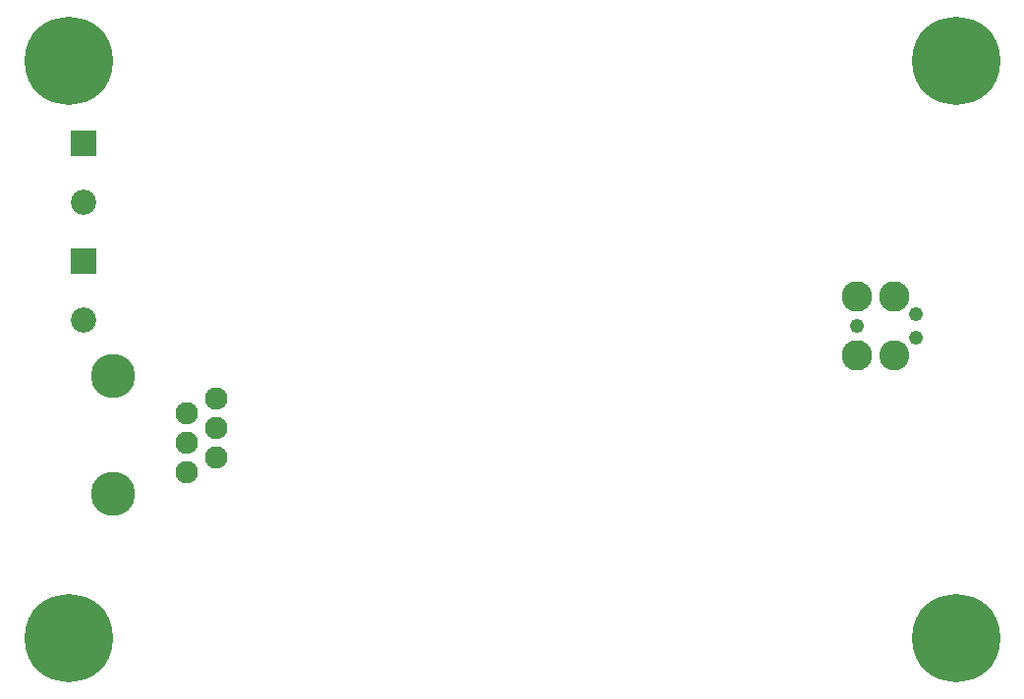
<source format=gbr>
G04 start of page 8 for group -4062 idx -4062 *
G04 Title: (unknown), soldermask *
G04 Creator: pcb 4.0.2 *
G04 CreationDate: Sun Oct 16 03:55:39 2022 UTC *
G04 For: ndholmes *
G04 Format: Gerber/RS-274X *
G04 PCB-Dimensions (mil): 3350.00 2300.00 *
G04 PCB-Coordinate-Origin: lower left *
%MOIN*%
%FSLAX25Y25*%
%LNBOTTOMMASK*%
%ADD69C,0.0860*%
%ADD68C,0.0001*%
%ADD67C,0.0760*%
%ADD66C,0.1500*%
%ADD65C,0.2997*%
%ADD64C,0.1025*%
%ADD63C,0.0490*%
%ADD62C,0.1035*%
G54D62*X284500Y133000D03*
X297000D03*
G54D63*X284500Y123000D03*
G54D64*X297000Y113000D03*
G54D62*X284500D03*
G54D63*X304500Y127000D03*
Y119000D03*
G54D65*X318000Y213000D03*
Y17000D03*
G54D66*X32000Y106000D03*
G54D67*X67000Y98500D03*
X57000Y93500D03*
X67000Y88500D03*
X57000Y83500D03*
X67000Y78500D03*
X57000Y73500D03*
G54D66*X32000Y66000D03*
G54D65*X17000Y17000D03*
Y213000D03*
G54D68*G36*
X17700Y149300D02*Y140700D01*
X26300D01*
Y149300D01*
X17700D01*
G37*
G54D69*X22000Y125000D03*
G54D68*G36*
X17700Y189300D02*Y180700D01*
X26300D01*
Y189300D01*
X17700D01*
G37*
G54D69*X22000Y165000D03*
M02*

</source>
